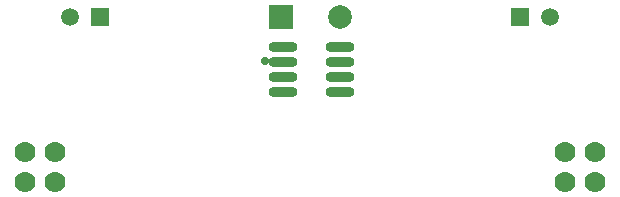
<source format=gbs>
%FSLAX33Y33*%
%MOMM*%
%AMRect-W1500000-H1500000-RO1.000*
21,1,1.5,1.5,0.,0.,180*%
%AMRR-H2403201-W803199-R299999-RO0.500*
21,1,0.203201,2.403201,0.,0.,270*
21,1,0.803199,1.803203,0.,0.,270*
1,1,0.599998,0.9016015,0.1016005*
1,1,0.599998,0.9016015,-0.1016005*
1,1,0.599998,-0.9016015,-0.1016005*
1,1,0.599998,-0.9016015,0.1016005*%
%ADD10C,0.7112*%
%ADD11R,2.X2.*%
%ADD12C,2.*%
%ADD13R,1.5X1.5*%
%ADD14C,1.5*%
%ADD15C,1.778*%
%ADD16C,1.5*%
%ADD17Rect-W1500000-H1500000-RO1.000*%
%ADD18RR-H2403201-W803199-R299999-RO0.500*%
D10*
%LNbottom solder mask_traces*%
G01*
X22809Y12776D03*
%LNbottom solder mask component d884e53a61bc2bc3*%
D11*
X24170Y16510D03*
D12*
X29170Y16510D03*
%LNbottom solder mask component 69ae52b910a5c8af*%
D13*
X44450Y16510D03*
D14*
X46990Y16510D03*
%LNbottom solder mask component 8889ed7dfd5d4ee6*%
D15*
X2540Y5080D03*
X2540Y2540D03*
X5080Y5080D03*
X5080Y2540D03*
%LNbottom solder mask component d1eda6cb61111443*%
X48260Y5080D03*
X48260Y2540D03*
X50800Y5080D03*
X50800Y2540D03*
%LNbottom solder mask component e1997f597a53e994*%
D16*
X6350Y16510D03*
D17*
X8890Y16510D03*
%LNbottom solder mask component f63e28837d57bac3*%
D18*
X24372Y10135D03*
X24372Y11405D03*
X24372Y12675D03*
X24372Y13945D03*
X29172Y10135D03*
X29172Y11405D03*
X29172Y12675D03*
X29172Y13945D03*
M02*
</source>
